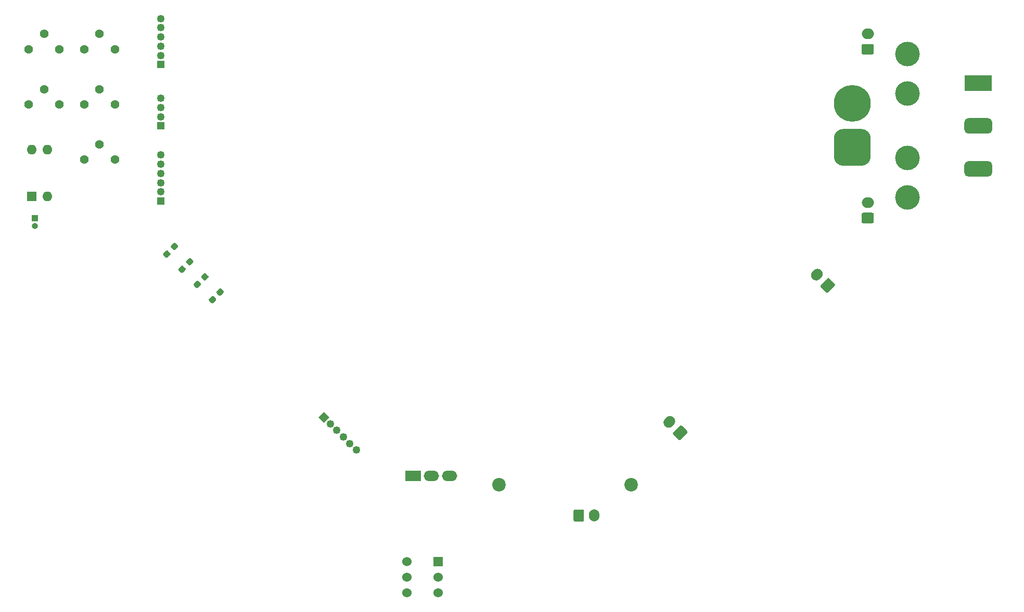
<source format=gbs>
G04 #@! TF.GenerationSoftware,KiCad,Pcbnew,(5.1.6)-1*
G04 #@! TF.CreationDate,2021-11-09T00:45:41+09:00*
G04 #@! TF.ProjectId,control20211108,636f6e74-726f-46c3-9230-323131313038,V1.1*
G04 #@! TF.SameCoordinates,Original*
G04 #@! TF.FileFunction,Soldermask,Bot*
G04 #@! TF.FilePolarity,Negative*
%FSLAX46Y46*%
G04 Gerber Fmt 4.6, Leading zero omitted, Abs format (unit mm)*
G04 Created by KiCad (PCBNEW (5.1.6)-1) date 2021-11-09 00:45:41*
%MOMM*%
%LPD*%
G01*
G04 APERTURE LIST*
%ADD10O,1.700000X2.000000*%
%ADD11C,1.251000*%
%ADD12C,0.100000*%
%ADD13R,1.251000X1.251000*%
%ADD14C,2.200000*%
%ADD15O,2.000000X1.700000*%
%ADD16O,1.000000X1.000000*%
%ADD17R,1.000000X1.000000*%
%ADD18C,1.524000*%
%ADD19R,1.524000X1.524000*%
%ADD20O,2.500000X1.700000*%
%ADD21R,2.500000X1.700000*%
%ADD22R,4.524000X2.524000*%
%ADD23C,1.431000*%
%ADD24C,6.000000*%
%ADD25C,4.000000*%
%ADD26O,1.600000X1.600000*%
%ADD27R,1.600000X1.600000*%
G04 APERTURE END LIST*
G36*
G01*
X175439340Y-124727208D02*
X175227208Y-124939340D01*
G75*
G02*
X174025126Y-124939340I-601041J601041D01*
G01*
X174025126Y-124939340D01*
G75*
G02*
X174025126Y-123737258I601041J601041D01*
G01*
X174237258Y-123525126D01*
G75*
G02*
X175439340Y-123525126I601041J-601041D01*
G01*
X175439340Y-123525126D01*
G75*
G02*
X175439340Y-124727208I-601041J-601041D01*
G01*
G37*
G36*
G01*
X177631371Y-126070711D02*
X176570711Y-127131371D01*
G75*
G02*
X176217157Y-127131371I-176777J176777D01*
G01*
X175368629Y-126282843D01*
G75*
G02*
X175368629Y-125929289I176777J176777D01*
G01*
X176429289Y-124868629D01*
G75*
G02*
X176782843Y-124868629I176777J-176777D01*
G01*
X177631371Y-125717157D01*
G75*
G02*
X177631371Y-126070711I-176777J-176777D01*
G01*
G37*
G36*
G01*
X151439340Y-148727208D02*
X151227208Y-148939340D01*
G75*
G02*
X150025126Y-148939340I-601041J601041D01*
G01*
X150025126Y-148939340D01*
G75*
G02*
X150025126Y-147737258I601041J601041D01*
G01*
X150237258Y-147525126D01*
G75*
G02*
X151439340Y-147525126I601041J-601041D01*
G01*
X151439340Y-147525126D01*
G75*
G02*
X151439340Y-148727208I-601041J-601041D01*
G01*
G37*
G36*
G01*
X153631371Y-150070711D02*
X152570711Y-151131371D01*
G75*
G02*
X152217157Y-151131371I-176777J176777D01*
G01*
X151368629Y-150282843D01*
G75*
G02*
X151368629Y-149929289I176777J176777D01*
G01*
X152429289Y-148868629D01*
G75*
G02*
X152782843Y-148868629I176777J-176777D01*
G01*
X153631371Y-149717157D01*
G75*
G02*
X153631371Y-150070711I-176777J-176777D01*
G01*
G37*
D10*
X138500000Y-163500000D03*
G36*
G01*
X135150000Y-164250000D02*
X135150000Y-162750000D01*
G75*
G02*
X135400000Y-162500000I250000J0D01*
G01*
X136600000Y-162500000D01*
G75*
G02*
X136850000Y-162750000I0J-250000D01*
G01*
X136850000Y-164250000D01*
G75*
G02*
X136600000Y-164500000I-250000J0D01*
G01*
X135400000Y-164500000D01*
G75*
G02*
X135150000Y-164250000I0J250000D01*
G01*
G37*
D11*
X99803301Y-152803301D03*
X98742641Y-151742641D03*
X97681981Y-150681981D03*
X96621320Y-149621320D03*
X95560660Y-148560660D03*
D12*
G36*
X93615409Y-147500000D02*
G01*
X94500000Y-146615409D01*
X95384591Y-147500000D01*
X94500000Y-148384591D01*
X93615409Y-147500000D01*
G37*
D11*
X68000000Y-95500000D03*
X68000000Y-97000000D03*
X68000000Y-98500000D03*
D13*
X68000000Y-100000000D03*
D11*
X68000000Y-82500000D03*
X68000000Y-84000000D03*
X68000000Y-85500000D03*
X68000000Y-87000000D03*
X68000000Y-88500000D03*
D13*
X68000000Y-90000000D03*
D11*
X68000000Y-104750000D03*
X68000000Y-106250000D03*
X68000000Y-107750000D03*
X68000000Y-109250000D03*
X68000000Y-110750000D03*
D13*
X68000000Y-112250000D03*
D14*
X123000000Y-158500000D03*
X144500000Y-158500000D03*
D15*
X183000000Y-85000000D03*
G36*
G01*
X183750000Y-88350000D02*
X182250000Y-88350000D01*
G75*
G02*
X182000000Y-88100000I0J250000D01*
G01*
X182000000Y-86900000D01*
G75*
G02*
X182250000Y-86650000I250000J0D01*
G01*
X183750000Y-86650000D01*
G75*
G02*
X184000000Y-86900000I0J-250000D01*
G01*
X184000000Y-88100000D01*
G75*
G02*
X183750000Y-88350000I-250000J0D01*
G01*
G37*
X183000000Y-112500000D03*
G36*
G01*
X183750000Y-115850000D02*
X182250000Y-115850000D01*
G75*
G02*
X182000000Y-115600000I0J250000D01*
G01*
X182000000Y-114400000D01*
G75*
G02*
X182250000Y-114150000I250000J0D01*
G01*
X183750000Y-114150000D01*
G75*
G02*
X184000000Y-114400000I0J-250000D01*
G01*
X184000000Y-115600000D01*
G75*
G02*
X183750000Y-115850000I-250000J0D01*
G01*
G37*
G36*
G01*
X69169975Y-120347549D02*
X69505851Y-120683425D01*
G75*
G02*
X69505851Y-121019301I-167938J-167938D01*
G01*
X69099265Y-121425887D01*
G75*
G02*
X68763389Y-121425887I-167938J167938D01*
G01*
X68427513Y-121090011D01*
G75*
G02*
X68427513Y-120754135I167938J167938D01*
G01*
X68834099Y-120347549D01*
G75*
G02*
X69169975Y-120347549I167938J-167938D01*
G01*
G37*
G36*
G01*
X70407411Y-119110113D02*
X70743287Y-119445989D01*
G75*
G02*
X70743287Y-119781865I-167938J-167938D01*
G01*
X70336701Y-120188451D01*
G75*
G02*
X70000825Y-120188451I-167938J167938D01*
G01*
X69664949Y-119852575D01*
G75*
G02*
X69664949Y-119516699I167938J167938D01*
G01*
X70071535Y-119110113D01*
G75*
G02*
X70407411Y-119110113I167938J-167938D01*
G01*
G37*
G36*
G01*
X71644875Y-122822549D02*
X71980751Y-123158425D01*
G75*
G02*
X71980751Y-123494301I-167938J-167938D01*
G01*
X71574165Y-123900887D01*
G75*
G02*
X71238289Y-123900887I-167938J167938D01*
G01*
X70902413Y-123565011D01*
G75*
G02*
X70902413Y-123229135I167938J167938D01*
G01*
X71308999Y-122822549D01*
G75*
G02*
X71644875Y-122822549I167938J-167938D01*
G01*
G37*
G36*
G01*
X72882311Y-121585113D02*
X73218187Y-121920989D01*
G75*
G02*
X73218187Y-122256865I-167938J-167938D01*
G01*
X72811601Y-122663451D01*
G75*
G02*
X72475725Y-122663451I-167938J167938D01*
G01*
X72139849Y-122327575D01*
G75*
G02*
X72139849Y-121991699I167938J167938D01*
G01*
X72546435Y-121585113D01*
G75*
G02*
X72882311Y-121585113I167938J-167938D01*
G01*
G37*
G36*
G01*
X74119775Y-125297549D02*
X74455651Y-125633425D01*
G75*
G02*
X74455651Y-125969301I-167938J-167938D01*
G01*
X74049065Y-126375887D01*
G75*
G02*
X73713189Y-126375887I-167938J167938D01*
G01*
X73377313Y-126040011D01*
G75*
G02*
X73377313Y-125704135I167938J167938D01*
G01*
X73783899Y-125297549D01*
G75*
G02*
X74119775Y-125297549I167938J-167938D01*
G01*
G37*
G36*
G01*
X75357211Y-124060113D02*
X75693087Y-124395989D01*
G75*
G02*
X75693087Y-124731865I-167938J-167938D01*
G01*
X75286501Y-125138451D01*
G75*
G02*
X74950625Y-125138451I-167938J167938D01*
G01*
X74614749Y-124802575D01*
G75*
G02*
X74614749Y-124466699I167938J167938D01*
G01*
X75021335Y-124060113D01*
G75*
G02*
X75357211Y-124060113I167938J-167938D01*
G01*
G37*
G36*
G01*
X77425425Y-127613451D02*
X77089549Y-127277575D01*
G75*
G02*
X77089549Y-126941699I167938J167938D01*
G01*
X77496135Y-126535113D01*
G75*
G02*
X77832011Y-126535113I167938J-167938D01*
G01*
X78167887Y-126870989D01*
G75*
G02*
X78167887Y-127206865I-167938J-167938D01*
G01*
X77761301Y-127613451D01*
G75*
G02*
X77425425Y-127613451I-167938J167938D01*
G01*
G37*
G36*
G01*
X76187989Y-128850887D02*
X75852113Y-128515011D01*
G75*
G02*
X75852113Y-128179135I167938J167938D01*
G01*
X76258699Y-127772549D01*
G75*
G02*
X76594575Y-127772549I167938J-167938D01*
G01*
X76930451Y-128108425D01*
G75*
G02*
X76930451Y-128444301I-167938J-167938D01*
G01*
X76523865Y-128850887D01*
G75*
G02*
X76187989Y-128850887I-167938J167938D01*
G01*
G37*
D16*
X47500000Y-116270000D03*
D17*
X47500000Y-115000000D03*
D18*
X108000000Y-171000000D03*
X113080000Y-173540000D03*
X113080000Y-176080000D03*
X108000000Y-176080000D03*
X108000000Y-173540000D03*
D19*
X113080000Y-171000000D03*
D20*
X115000000Y-157000000D03*
X112000000Y-157000000D03*
D21*
X109000000Y-157000000D03*
G36*
G01*
X198738000Y-100631000D02*
X198738000Y-99369000D01*
G75*
G02*
X199369000Y-98738000I631000J0D01*
G01*
X202631000Y-98738000D01*
G75*
G02*
X203262000Y-99369000I0J-631000D01*
G01*
X203262000Y-100631000D01*
G75*
G02*
X202631000Y-101262000I-631000J0D01*
G01*
X199369000Y-101262000D01*
G75*
G02*
X198738000Y-100631000I0J631000D01*
G01*
G37*
G36*
G01*
X198738000Y-107631000D02*
X198738000Y-106369000D01*
G75*
G02*
X199369000Y-105738000I631000J0D01*
G01*
X202631000Y-105738000D01*
G75*
G02*
X203262000Y-106369000I0J-631000D01*
G01*
X203262000Y-107631000D01*
G75*
G02*
X202631000Y-108262000I-631000J0D01*
G01*
X199369000Y-108262000D01*
G75*
G02*
X198738000Y-107631000I0J631000D01*
G01*
G37*
D22*
X201000000Y-93000000D03*
D23*
X60500000Y-105500000D03*
X58000000Y-103000000D03*
X55500000Y-105500000D03*
X51500000Y-96500000D03*
X49000000Y-94000000D03*
X46500000Y-96500000D03*
X60500000Y-96500000D03*
X58000000Y-94000000D03*
X55500000Y-96500000D03*
X51500000Y-87500000D03*
X49000000Y-85000000D03*
X46500000Y-87500000D03*
X60500000Y-87500000D03*
X58000000Y-85000000D03*
X55500000Y-87500000D03*
G36*
G01*
X182000000Y-106500000D02*
X179000000Y-106500000D01*
G75*
G02*
X177500000Y-105000000I0J1500000D01*
G01*
X177500000Y-102000000D01*
G75*
G02*
X179000000Y-100500000I1500000J0D01*
G01*
X182000000Y-100500000D01*
G75*
G02*
X183500000Y-102000000I0J-1500000D01*
G01*
X183500000Y-105000000D01*
G75*
G02*
X182000000Y-106500000I-1500000J0D01*
G01*
G37*
D24*
X180500000Y-96300000D03*
D25*
X189500000Y-88316000D03*
X189500000Y-111684000D03*
X189500000Y-94754000D03*
X189500000Y-105246000D03*
D26*
X47000000Y-103880000D03*
X49540000Y-111500000D03*
X49540000Y-103880000D03*
D27*
X47000000Y-111500000D03*
M02*

</source>
